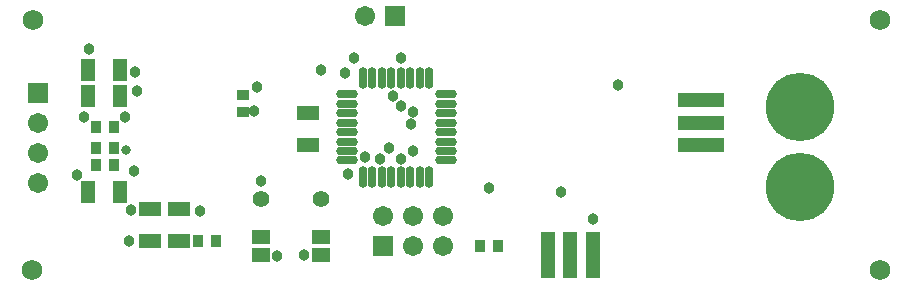
<source format=gts>
G04 Layer_Color=8388736*
%FSLAX25Y25*%
%MOIN*%
G70*
G01*
G75*
%ADD41R,0.07493X0.05131*%
%ADD42R,0.05131X0.07493*%
%ADD43R,0.03556X0.04343*%
%ADD44R,0.04343X0.03556*%
%ADD45R,0.06312X0.05131*%
%ADD46O,0.02965X0.07296*%
%ADD47O,0.07296X0.02965*%
%ADD48C,0.06800*%
%ADD49C,0.22800*%
%ADD50C,0.06706*%
%ADD51R,0.06706X0.06706*%
%ADD52C,0.05524*%
%ADD53R,0.06706X0.06706*%
%ADD54R,0.15367X0.04737*%
%ADD55R,0.04737X0.15367*%
%ADD56C,0.03800*%
%ADD57C,0.03300*%
D41*
X340000Y149938D02*
D03*
Y139308D02*
D03*
X349500D02*
D03*
Y149938D02*
D03*
X392500Y171308D02*
D03*
Y181938D02*
D03*
D42*
X329815Y155623D02*
D03*
X319185D02*
D03*
X329815Y187623D02*
D03*
X319185D02*
D03*
X329815Y196123D02*
D03*
X319185D02*
D03*
D43*
X356047Y139123D02*
D03*
X361953D02*
D03*
X322047Y164623D02*
D03*
X327953D02*
D03*
X322047Y170123D02*
D03*
X327953D02*
D03*
X322047Y177123D02*
D03*
X327953D02*
D03*
X455953Y137623D02*
D03*
X450047D02*
D03*
D44*
X371000Y188076D02*
D03*
Y182170D02*
D03*
D45*
X397000Y134670D02*
D03*
Y140576D02*
D03*
X377000Y134670D02*
D03*
Y140576D02*
D03*
D46*
X410976Y193659D02*
D03*
X414126D02*
D03*
X417276D02*
D03*
X420425D02*
D03*
X423575D02*
D03*
X426724D02*
D03*
X429874D02*
D03*
X433024D02*
D03*
Y160588D02*
D03*
X429874D02*
D03*
X426724D02*
D03*
X423575D02*
D03*
X420425D02*
D03*
X417276D02*
D03*
X414126D02*
D03*
X410976D02*
D03*
D47*
X438535Y188147D02*
D03*
Y184997D02*
D03*
Y181848D02*
D03*
Y178698D02*
D03*
Y175548D02*
D03*
Y172399D02*
D03*
Y169249D02*
D03*
Y166100D02*
D03*
X405465D02*
D03*
Y169249D02*
D03*
Y172399D02*
D03*
Y175548D02*
D03*
Y178698D02*
D03*
Y181848D02*
D03*
Y184997D02*
D03*
Y188147D02*
D03*
D48*
X300600Y129600D02*
D03*
X583300D02*
D03*
X300800Y212900D02*
D03*
X583200Y212800D02*
D03*
D49*
X556500Y183800D02*
D03*
Y157300D02*
D03*
D50*
X411500Y214123D02*
D03*
X437500Y147623D02*
D03*
Y137623D02*
D03*
X427500Y147623D02*
D03*
Y137623D02*
D03*
X417500Y147623D02*
D03*
X302500Y178623D02*
D03*
Y168623D02*
D03*
Y158623D02*
D03*
D51*
X421500Y214123D02*
D03*
X417500Y137623D02*
D03*
D52*
X397000Y153123D02*
D03*
X377000D02*
D03*
D53*
X302500Y188623D02*
D03*
D54*
X523500Y186123D02*
D03*
Y171123D02*
D03*
Y178623D02*
D03*
D55*
X480000Y134623D02*
D03*
X472500D02*
D03*
X487500D02*
D03*
D56*
X496100Y191200D02*
D03*
X396900Y196200D02*
D03*
X391200Y134500D02*
D03*
X382300Y134400D02*
D03*
X406000Y161623D02*
D03*
X419500Y170123D02*
D03*
X416500Y166623D02*
D03*
X411500Y167123D02*
D03*
X375500Y190623D02*
D03*
X427500Y182123D02*
D03*
X423500Y184123D02*
D03*
X427000Y178123D02*
D03*
X423575Y166623D02*
D03*
X427500Y169123D02*
D03*
X377000Y159123D02*
D03*
X374500Y182623D02*
D03*
X421000Y187623D02*
D03*
X423575Y200198D02*
D03*
X408000Y200123D02*
D03*
X333000Y139123D02*
D03*
X333500Y149623D02*
D03*
X315500Y161123D02*
D03*
X477000Y155500D02*
D03*
X319500Y203123D02*
D03*
X318000Y180623D02*
D03*
X356500Y149123D02*
D03*
X405000Y195123D02*
D03*
X331500Y180500D02*
D03*
X334500Y162500D02*
D03*
X334900Y195500D02*
D03*
X335500Y189300D02*
D03*
X453000Y156800D02*
D03*
X487600Y146500D02*
D03*
D57*
X331900Y169500D02*
D03*
M02*

</source>
